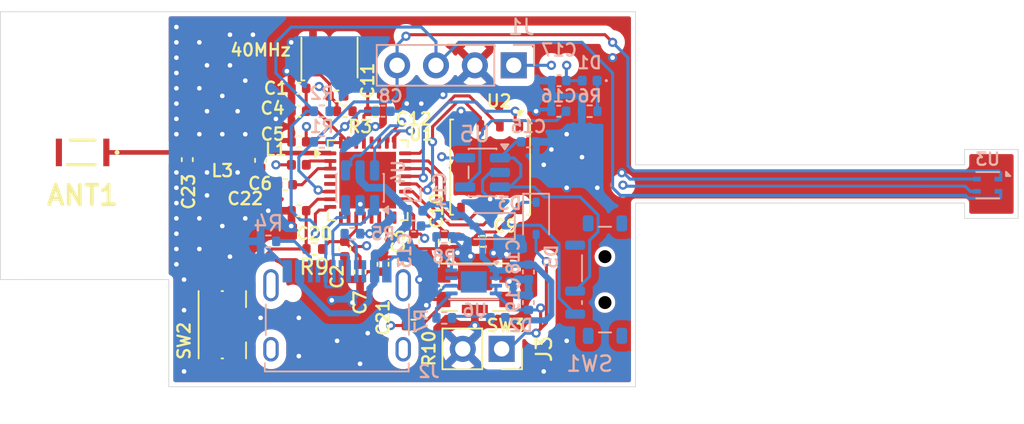
<source format=kicad_pcb>
(kicad_pcb (version 20241229) (generator "pcbnew") (generator_version "9.0")
  (layers (0 "F.Cu" signal) (4 "In1.Cu" power) (6 "In2.Cu" power) (2 "B.Cu" signal) (13 "F.Paste" user) (15 "B.Paste" user) (5 "F.SilkS" user "F.Silkscreen") (7 "B.SilkS" user "B.Silkscreen") (1 "F.Mask" user) (3 "B.Mask" user) (25 "Edge.Cuts" user))
  (net 0 "")
  (net 2 "Net-(ANT1-Pad1)")
  (net 3 "+3.3V")
  (net 4 "GND")
  (net 5 "Net-(C6-Pad2)")
  (net 6 "VCC_SPI")
  (net 7 "XTAL_P")
  (net 8 "XTAL_N")
  (net 9 "Net-(C13-Pad2)")
  (net 10 "VBUS")
  (net 11 "VBUS_FILT")
  (net 12 "Net-(SW1-3)")
  (net 13 "Net-(U5-BP)")
  (net 14 "Acc")
  (net 15 "CHIP_EN")
  (net 16 "BOOT")
  (net 17 "ANTHENA")
  (net 18 "Net-(D1-K)")
  (net 19 "Net-(D2-K)")
  (net 20 "Net-(D3-K)")
  (net 21 "SCL")
  (net 22 "SDA")
  (net 24 "unconnected-(J2-SHIELD-PadS1)_1")
  (net 25 "Net-(J2-CC1)")
  (net 26 "Net-(J2-CC2)")
  (net 27 "unconnected-(J2-SHIELD-PadS1)_2")
  (net 28 "unconnected-(J2-SHIELD-PadS1)_3")
  (net 29 "Net-(U1-XTAL_P)")
  (net 30 "Net-(U6-STAT)")
  (net 31 "Net-(U6-PROG)")
  (net 33 "SPI_D0")
  (net 35 "SPI_CS")
  (net 36 "SPI_CLK")
  (net 38 "D_P")
  (net 43 "SPI_HOLD")
  (net 44 "SPI_DI")
  (net 46 "D_N")
  (net 47 "SPI_WP")
  (net 52 "/D-")
  (net 53 "/D+")
  (footprint "Capacitor_SMD:C_0402_1005Metric" (layer "F.Cu") (at 215.5 96.5 180)
    (property "Reference" "C20")
    (property "Value" "100n")
  )
  (footprint "Capacitor_SMD:C_0402_1005Metric" (layer "F.Cu") (at 214.618356 94.802158)
    (property "Reference" "C6")
    (property "Value" "100n")
  )
  (footprint "Oscillator:Oscillator_SMD_EuroQuartz_XO32-4Pin_3.2x2.5mm" (layer "F.Cu") (at 217.5 86.5 90)
    (property "Reference" "40MHz")
    (property "Value" "40MHz")
  )
  (footprint "Capacitor_SMD:C_0402_1005Metric" (layer "F.Cu") (at 218.5 99 90)
    (property "Reference" "C2")
    (property "Value" "100n")
  )
  (footprint "Capacitor_SMD:C_0402_1005Metric" (layer "F.Cu") (at 217.98 89)
    (property "Reference" "C11")
    (property "Value" "10p")
  )
  (footprint "KiCad:ANT3216LL00R2400A" (layer "F.Cu") (at 201.372407 92.691851 180)
    (property "Reference" "ANT1")
    (property "Value" "ANT3216LL00R2400A" (hide yes))
  )
  (footprint "Button_Switch_SMD:SW_Push_1P1T-SH_NO_CK_KMR2xxG" (layer "F.Cu") (at 210.5 103.95 -90)
    (property "Reference" "SW2")
    (property "Value" "SW_Push")
  )
  (footprint "Capacitor_SMD:C_0402_1005Metric" (layer "F.Cu") (at 227.5 98.5 180)
    (property "Reference" "C9")
    (property "Value" "10u")
  )
  (footprint "Capacitor_SMD:C_0402_1005Metric" (layer "F.Cu") (at 208.212065 93.162901 -90)
    (property "Reference" "C23")
    (property "Value" "3p3")
  )
  (footprint "Capacitor_SMD:C_0402_1005Metric" (layer "F.Cu") (at 215.5 92)
    (property "Reference" "C5")
    (property "Value" "100n")
  )
  (footprint "Capacitor_SMD:C_0402_1005Metric" (layer "F.Cu") (at 219.5 100.5 90)
    (property "Reference" "C7")
    (property "Value" "10u")
  )
  (footprint "Inductor_SMD:L_0402_1005Metric" (layer "F.Cu") (at 210.501372 92.710693 180)
    (property "Reference" "L3")
    (property "Value" "2n2")
  )
  (footprint "Resistor_SMD:R_0402_1005Metric" (layer "F.Cu") (at 218.5 90)
    (property "Reference" "R3")
    (property "Value" "22k")
  )
  (footprint "Resistor_SMD:R_0402_1005Metric" (layer "F.Cu") (at 223 104)
    (property "Reference" "R10")
    (property "Value" "5k1")
  )
  (footprint "Capacitor_SMD:C_0402_1005Metric" (layer "F.Cu") (at 220.52 90)
    (property "Reference" "C12")
    (property "Value" "10p")
  )
  (footprint "Capacitor_SMD:C_0402_1005Metric" (layer "F.Cu") (at 213 93.210006 -90)
    (property "Reference" "C22")
    (property "Value" "3p3")
  )
  (footprint "Capacitor_SMD:C_0402_1005Metric" (layer "F.Cu") (at 215.5 90)
    (property "Reference" "C4")
    (property "Value" "100n")
  )
  (footprint "Button_Switch_SMD:SW_Push_1P1T-SH_NO_CK_KMR2xxG" (layer "F.Cu") (at 227 101.5 180)
    (property "Reference" "SW3")
    (property "Value" "SW_Push")
  )
  (footprint "Inductor_SMD:L_0402_1005Metric" (layer "F.Cu") (at 215.5 93.5)
    (property "Reference" "L1")
    (property "Value" "2n2")
  )
  (footprint "Resistor_SMD:R_0402_1005Metric" (layer "F.Cu") (at 216.51 99 180)
    (property "Reference" "R9")
    (property "Value" "5k1")
  )
  (footprint "Package_SON:WSON-8-1EP_6x5mm_P1.27mm_EP3.4x4.3mm" (layer "F.Cu") (at 228 93.65 -90)
    (property "Reference" "U2")
    (property "Value" "W25Q32JVZP")
  )
  (footprint "Capacitor_SMD:C_0402_1005Metric" (layer "F.Cu") (at 225 98.5 90)
    (property "Reference" "C10")
    (property "Value" "100n")
  )
  (footprint "Connector_PinSocket_2.54mm:PinSocket_1x02_P2.54mm_Vertical" (layer "F.Cu") (at 228.75 105.525 -90)
    (property "Reference" "J3")
    (property "Value" "1x2 socket")
  )
  (footprint "Capacitor_SMD:C_0402_1005Metric" (layer "F.Cu") (at 221 100 -90)
    (property "Reference" "C21")
    (property "Value" "100n")
  )
  (footprint "Capacitor_SMD:C_0402_1005Metric" (layer "F.Cu") (at 215.5 88.5)
    (property "Reference" "C1")
    (property "Value" "10u")
  )
  (footprint "Capacitor_SMD:C_0402_1005Metric" (layer "F.Cu") (at 223 98.5 90)
    (property "Reference" "C3")
    (property "Value" "100n")
  )
  (footprint "Package_DFN_QFN:QFN-32-1EP_5x5mm_P0.5mm_EP3.7x3.7mm" (layer "F.Cu") (at 220 94.5)
    (property "Reference" "U1")
    (property "Value" "ESP32-C3")
  )
  (footprint "Capacitor_SMD:C_0402_1005Metric" (layer "B.Cu") (at 221 90 180)
    (property "Reference" "C8")
    (property "Value" "100n")
  )
  (footprint "Capacitor_SMD:C_0402_1005Metric" (layer "B.Cu") (at 232.48 90 180)
    (property "Reference" "C16")
    (property "Value" "100n")
  )
  (footprint "Resistor_SMD:R_0402_1005Metric" (layer "B.Cu") (at 217 92 180)
    (property "Reference" "R1")
    (property "Value" "4.7k")
  )
  (footprint "Capacitor_SMD:C_0402_1005Metric" (layer "B.Cu") (at 225.197517 96.791394 180)
    (property "Reference" "C14")
    (property "Value" "100n")
  )
  (footprint "Connector_PinSocket_2.54mm:PinSocket_1x04_P2.54mm_Vertical" (layer "B.Cu") (at 229.54 87 90)
    (property "Reference" "J1")
    (property "Value" "1x4 socket")
  )
  (footprint "Package_TO_SOT_SMD:SOT-23-5" (layer "B.Cu") (at 227.5 94 180)
    (property "Reference" "U5")
    (property "Value" "SPX3819M5-L-3-3")
  )
  (footprint "LED_SMD:LED_0402_1005Metric" (layer "B.Cu") (at 234.5 88 180)
    (property "Reference" "D1")
    (property "Value" "LED")
  )
  (footprint "Capacitor_SMD:C_0402_1005Metric" (layer "B.Cu") (at 230.5 100.5 -90)
    (property "Reference" "C18")
    (property "Value" "4.7u")
  )
  (footprint "Connector_USB:USB_C_Receptacle_HRO_TYPE-C-31-M-12" (layer "B.Cu") (at 218 104.5 180)
    (property "Reference" "J2")
    (property "Value" "USB_C_Receptacle_USB2.0_14P")
  )
  (footprint "Diode_SMD:D_SOD-323" (layer "B.Cu") (at 228 97.5 180)
    (property "Reference" "D3")
    (property "Value" "B0540WS")
  )
  (footprint "Diode_SMD:D_SOD-323" (layer "B.Cu") (at 231 97 -90)
    (property "Reference" "D5")
    (property "Value" "B0540WS")
  )
  (footprint "Capacitor_SMD:C_0402_1005Metric" (layer "B.Cu") (at 230.5 102.5 90)
    (property "Reference" "C19")
    (property "Value" "4.7u")
  )
  (footprint "Capacitor_SMD:C_0402_1005Metric" (layer "B.Cu") (at 223 97.5)
    (property "Reference" "C13")
    (property "Value" "100n")
  )
  (footprint "Capacitor_SMD:C_0402_1005Metric" (layer "B.Cu") (at 230.5 92)
    (property "Reference" "C15")
    (property "Value" "10u")
  )
  (footprint "Resistor_SMD:R_0402_1005Metric" (layer "B.Cu") (at 225 103.5 180)
    (property "Reference" "R7")
    (property "Value" "470R")
  )
  (footprint "Resistor_SMD:R_0402_1005Metric" (layer "B.Cu") (at 217 90 180)
    (property "Reference" "R2")
    (property "Value" "4.7k")
  )
  (footprint "Button_Switch_SMD:SW_SPDT_Shouhan_MSK12C02" (layer "B.Cu") (at 235.5 101 -90)
    (property "Reference" "SW1")
    (property "Value" "SW_SPDT_MSM")
  )
  (footprint "Inductor_SMD:L_0402_1005Metric" (layer "B.Cu") (at 223.113984 96.5)
    (property "Reference" "L2")
    (property "Value" "2n2")
  )
  (footprint "Resistor_SMD:R_0402_1005Metric" (layer "B.Cu") (at 225 98.213989 180)
    (property "Reference" "R8")
    (property "Value" "2k")
  )
  (footprint "Capacitor_SMD:C_0402_1005Metric" (layer "B.Cu") (at 232.5 88 180)
    (property "Reference" "C17")
    (property "Value" "10u")
  )
  (footprint "Resistor_SMD:R_0402_1005Metric" (layer "B.Cu") (at 219 98)
    (property "Reference" "R5")
    (property "Value" "5k1")
  )
  (footprint "Resistor_SMD:R_0402_1005Metric" (layer "B.Cu") (at 213.51 98.5 180)
    (property "Reference" "R4")
    (property "Value" "5k1")
  )
  (footprint "Package_DFN_QFN:DFN-8-1EP_3x2mm_P0.5mm_EP1.7x1.4mm" (layer "B.Cu") (at 226.925 101.15 180)
    (property "Reference" "U6")
    (property "Value" "MCP73831-2-MC")
  )
  (footprint "Resistor_SMD:R_0402_1005Metric" (layer "B.Cu") (at 234.5 90 180)
    (property "Reference" "R6")
    (property "Value" "1k")
  )
  (footprint "Sensor_Humidity:Sensirion_DFN-4_1.5x1.5mm_P0.8mm_SHT4x_NoCentralPad" (layer "B.Cu") (at 260.504823 94.833384 180)
    (property "Reference" "U3")
    (property "Value" "SHT4x")
  )
  (footprint "LED_SMD:LED_0402_1005Metric" (layer "B.Cu") (at 228.5 103.5)
    (property "Reference" "D2")
    (property "Value" "LED")
  )
  (footprint "Package_TO_SOT_SMD:SOT-23-6" (layer "B.Cu") (at 219.5 95 90)
    (property "Reference" "U4")
    (property "Value" "USBLC6-2SC6")
  )
  (gr_line (start 196 83.5) (end 196 100) (stroke (width 0.05)) (layer "Edge.Cuts"))
  (gr_line (start 237.5 108) (end 237.5 96) (stroke (width 0.05)) (layer "Edge.Cuts"))
  (gr_line (start 259 97) (end 262.5 97) (stroke (width 0.05)) (layer "Edge.Cuts"))
  (gr_line (start 259 97) (end 259 96) (stroke (width 0.05)) (layer "Edge.Cuts"))
  (gr_line (start 239 93.5) (end 237.5 93.5) (stroke (width 0.05)) (layer "Edge.Cuts"))
  (gr_line (start 237.5 83.5) (end 207.5 83.5) (stroke (width 0.05)) (layer "Edge.Cuts"))
  (gr_line (start 241 93.5) (end 239 93.5) (stroke (width 0.05)) (layer "Edge.Cuts"))
  (gr_line (start 248 93.5) (end 241 93.5) (stroke (width 0.05)) (layer "Edge.Cuts"))
  (gr_line (start 197 101) (end 196.5 101) (stroke (width 0.05)) (layer "Edge.Cuts"))
  (gr_line (start 237.5 93.5) (end 237.5 83.5) (stroke (width 0.05)) (layer "Edge.Cuts"))
  (gr_line (start 196 101) (end 196.5 101) (stroke (width 0.05)) (layer "Edge.Cuts"))
  (gr_line (start 207 108) (end 207.5 108) (stroke (width 0.05)) (layer "Edge.Cuts"))
  (gr_line (start 237.5 96) (end 241 96) (stroke (width 0.05)) (layer "Edge.Cuts"))
  (gr_line (start 196.5 83.5) (end 196 83.5) (stroke (width 0.05)) (layer "Edge.Cuts"))
  (gr_line (start 196 100) (end 196 101) (stroke (width 0.05)) (layer "Edge.Cuts"))
  (gr_line (start 207 101) (end 207 108) (stroke (width 0.05)) (layer "Edge.Cuts"))
  (gr_line (start 262.5 97) (end 262.5 92.5) (stroke (width 0.05)) (layer "Edge.Cuts"))
  (gr_line (start 197 101) (end 207 101) (stroke (width 0.05)) (layer "Edge.Cuts"))
  (gr_line (start 262.5 92.5) (end 259 92.5) (stroke (width 0.05)) (layer "Edge.Cuts"))
  (gr_line (start 241 96) (end 248 96) (stroke (width 0.05)) (layer "Edge.Cuts"))
  (gr_line (start 248 93.5) (end 259 93.5) (stroke (width 0.05)) (layer "Edge.Cuts"))
  (gr_line (start 207.5 108) (end 237.5 108) (stroke (width 0.05)) (layer "Edge.Cuts"))
  (gr_line (start 259 96) (end 248 96) (stroke (width 0.05)) (layer "Edge.Cuts"))
  (gr_line (start 197 83.5) (end 196.5 83.5) (stroke (width 0.05)) (layer "Edge.Cuts"))
  (gr_line (start 259 92.5) (end 259 93.5) (stroke (width 0.05)) (layer "Edge.Cuts"))
  (gr_line (start 207.5 83.5) (end 197 83.5) (stroke (width 0.05)) (layer "Edge.Cuts"))
  (segment (start 208.239857 92.710693) (end 208.212065 92.682901) (width 0.3) (layer "F.Cu") (net 2))
  (segment (start 210.016372 92.710693) (end 208.239857 92.710693) (width 0.3) (layer "F.Cu") (net 2))
  (segment (start 208.203115 92.691851) (end 208.212065 92.682901) (width 0.3) (layer "F.Cu") (net 2))
  (segment (start 202.922407 92.691851) (end 208.203115 92.691851) (width 0.3) (layer "F.Cu") (net 2))
  (segment (start 203.02 92.52) (end 203 92.5) (width 0.2) (layer "F.Cu") (net 2))
  (segment (start 223.43749 98.02) (end 223.72 98.30251) (width 0.2) (layer "F.Cu") (net 3))
  (segment (start 223 96.8) (end 222.45 96.25) (width 0.2) (layer "F.Cu") (net 3))
  (segment (start 219.16135 98.83865) (end 218.99 99.01) (width 0.2) (layer "F.Cu") (net 3))
  (segment (start 219.5 100.02) (end 219.5 99.52) (width 0.2) (layer "F.Cu") (net 3))
  (segment (start 216.03 92.05) (end 215.98 92) (width 0.2) (layer "F.Cu") (net 3))
  (segment (start 219.874498 98.789276) (end 219.825124 98.83865) (width 0.2) (layer "F.Cu") (net 3))
  (segment (start 218.99 99.01) (end 218.5 98.52) (width 0.2) (layer "F.Cu") (net 3))
  (segment (start 215.98 88.5) (end 215.98 90) (width 0.2) (layer "F.Cu") (net 3))
  (segment (start 219.25 97.75) (end 219.25 96.95) (width 0.2) (layer "F.Cu") (net 3))
  (segment (start 222.033992 104) (end 221.5 104) (width 0.2) (layer "F.Cu") (net 3))
  (segment (start 218.5 98.5) (end 218.5 98.52) (width 0.2) (layer "F.Cu") (net 3))
  (segment (start 223 98.02) (end 223.43749 98.02) (width 0.2) (layer "F.Cu") (net 3))
  (segment (start 219.5 99.52) (end 219.49 99.51) (width 0.2) (layer "F.Cu") (net 3))
  (segment (start 218.25 92.05) (end 216.03 92.05) (width 0.2) (layer "F.Cu") (net 3))
  (segment (start 219.928062 98.789276) (end 219.874498 98.789276) (width 0.2) (layer "F.Cu") (net 3))
  (segment (start 222.033992 104) (end 222.49 104) (width 0.2) (layer "F.Cu") (net 3))
  (segment (start 219.25 97.75) (end 218.5 98.5) (width 0.2) (layer "F.Cu") (net 3))
  (segment (start 219.49 99.51) (end 218.99 99.01) (width 0.2) (layer "F.Cu") (net 3))
  (segment (start 215.98 91.02) (end 215.98 92) (width 0.2) (layer "F.Cu") (net 3))
  (segment (start 216 91) (end 215.98 91.02) (width 0.2) (layer "F.Cu") (net 3))
  (segment (start 223 98.02) (end 223 96.8) (width 0.2) (layer "F.Cu") (net 3))
  (segment (start 216.7 90) (end 215.98 90) (width 0.2) (layer "F.Cu") (net 3))
  (segment (start 218.75 92.05) (end 216.7 90) (width 0.2) (layer "F.Cu") (net 3))
  (segment (start 215.015 93.5) (end 214 93.5) (width 0.2) (layer "F.Cu") (net 3))
  (segment (start 217.5 98.52) (end 217.02 99) (width 0.2) (layer "F.Cu") (net 3))
  (segment (start 218.5 98.52) (end 217.5 98.52) (width 0.2) (layer "F.Cu") (net 3))
  (segment (start 219.825124 98.83865) (end 219.16135 98.83865) (width 0.2) (layer "F.Cu") (net 3))
  (via (at 233 87) (size 0.6) (drill 0.3) (layers "F.Cu" "B.Cu") (net 3))
  (via (at 224.835 92.974685) (size 0.6) (drill 0.3) (layers "F.Cu" "B.Cu") (net 3))
  (via (at 236.674265 94.825735) (size 0.6) (drill 0.3) (layers "F.Cu" "B.Cu") (net 3))
  (via (at 221.5 104) (size 0.6) (drill 0.3) (layers "F.Cu" "B.Cu") (net 3))
  (via (at 223.72 98.30251) (size 0.6) (drill 0.3) (layers "F.Cu" "B.Cu") (net 3))
  (via (at 218.5 91) (size 0.6) (drill 0.3) (layers "F.Cu" "B.Cu") (net 3))
  (via (at 216.825 88.381298) (size 0.6) (drill 0.3) (layers "F.Cu" "B.Cu") (net 3))
  (via (at 232 87) (size 0.6) (drill 0.3) (layers "F.Cu" "B.Cu") (net 3))
  (via (at 214 93.5) (size 0.6) (drill 0.3) (layers "F.Cu" "B.Cu") (net 3))
  (via (at 219.928062 98.789276) (size 0.6) (drill 0.3) (layers "F.Cu" "B.Cu") (net 3))
  (via (at 216 91) (size 0.6) (drill 0.3) (layers "F.Cu" "B.Cu") (net 3))
  (segment (start 219.5 90) (end 218.5 91) (width 0.2) (layer "B.Cu") (net 3))
  (segment (start 236.74853 94.9) (end 236.674265 94.825735) (width 0.2) (layer "B.Cu") (net 3))
  (segment (start 220.52 90) (end 219.5 90) (width 0.2) (layer "B.Cu") (net 3))
  (segment (start 259.036539 94.9) (end 259.369923 95.233384) (width 0.2) (layer "B.Cu") (net 3))
  (segment (start 234.015 88) (end 232.98 88) (width 0.2) (layer "B.Cu") (net 3))
  (segment (start 259.369923 95.233384) (end 259.804823 95.233384) (width 0.2) (layer "B.Cu") (net 3))
  (segment (start 232.98 87.02) (end 233 87) (width 0.2) (layer "B.Cu") (net 3))
  (segment (start 217.51 90) (end 217.51 90.01) (width 0.2) (layer "B.Cu") (net 3))
  (segment (start 232.98 88) (end 232.98 87.02) (width 0.2) (layer "B.Cu") (net 3))
  (segment (start 229.54 87) (end 232 87) (width 0.2) (layer "B.Cu") (net 3))
  (segment (start 217.51 89.01) (end 217.51 90) (width 0.2) (layer "B.Cu") (net 3))
  (segment (start 256.5 94.9) (end 236.74853 94.9) (width 0.2) (layer "B.Cu") (net 3))
  (segment (start 216.881298 88.381298) (end 217.51 89.01) (width 0.2) (layer "B.Cu") (net 3))
  (segment (start 217.51 91.99) (end 218.5 91) (width 0.2) (layer "B.Cu") (net 3))
  (segment (start 256.5 94.9) (end 259.036539 94.9) (width 0.2) (layer "B.Cu") (net 3))
  (segment (start 224.910315 93.05) (end 224.835 92.974685) (width 0.2) (layer "B.Cu") (net 3))
  (segment (start 216.825 88.381298) (end 216.881298 88.381298) (width 0.2) (layer "B.Cu") (net 3))
  (segment (start 226.3625 93.05) (end 224.910315 93.05) (width 0.2) (layer "B.Cu") (net 3))
  (segment (start 219.993218 94.506782) (end 220 94.5) (width 0.2) (layer "F.Cu") (net 4))
  (segment (start 229.05 99.352004) (end 229.057783 99.344221) (width 0.2) (layer "F.Cu") (net 4))
  (segment (start 218.46 89) (end 218.46 87.39) (width 0.2) (layer "F.Cu") (net 4))
  (segment (start 214.719265 87.380735) (end 214.880735 87.380735) (width 0.2) (layer "F.Cu") (net 4))
  (segment (start 219.679789 95.024774) (end 219.679789 94.831647) (width 0.2) (layer "F.Cu") (net 4))
  (segment (start 228.220114 99.268119) (end 228.036783 99.268119) (width 0.2) (layer "F.Cu") (net 4))
  (segment (start 215 96.5) (end 215.02 96.5) (width 0.2) (layer "F.Cu") (net 4))
  (segment (start 219.993218 94.518218) (end 219.993218 94.506782) (width 0.2) (layer "F.Cu") (net 4))
  (segment (start 222.548231 89.5) (end 222.347136 89.5) (width 0.2) (layer "F.Cu") (net 4))
  (segment (start 219.679789 94.831647) (end 219.993218 94.518218) (width 0.2) (layer "F.Cu") (net 4))
  (segment (start 212.9 103.5) (end 212.45 103.95) (width 0.2) (layer "F.Cu") (net 4))
  (segment (start 218.5 99.48) (end 218.5 101.5) (width 0.2) (layer "F.Cu") (net 4))
  (segment (start 213 103.5) (end 212.9 103.5) (width 0.2) (layer "F.Cu") (net 4))
  (segment (start 214.138356 94.802158) (end 214.138356 94.861644) (width 0.2) (layer "F.Cu") (net 4))
  (segment (start 226.095 90) (end 226.095 90.95) (width 0.2) (layer "F.Cu") (net 4))
  (segment (start 218.5 101.5) (end 217.64869 102.35131) (width 0.2) (layer "F.Cu") (net 4))
  (segment (start 212.45 103.95) (end 211.925 103.95) (width 0.2) (layer "F.Cu") (net 4))
  (segment (start 213 93.690006) (end 213.026204 93.690006) (width 0.2) (layer "F.Cu") (net 4))
  (segment (start 227 104) (end 227 102.925) (width 0.2) (layer "F.Cu") (net 4))
  (segment (start 223 98.98) (end 225 98.98) (width 0.2) (layer "F.Cu") (net 4))
  (segment (start 220 100.48) (end 219.5 100.98) (width 0.2) (layer "F.Cu") (net 4))
  (segment (start 217.025 85.725) (end 218.575 87.275) (width 0.2) (layer "F.Cu") (net 4))
  (segment (start 221 100.48) (end 220 100.48) (width 0.2) (layer "F.Cu") (net 4))
  (segment (start 218.46 87.39) (end 218.575 87.275) (width 0.2) (layer "F.Cu") (net 4))
  (segment (start 216.425 85.725) (end 217.025 85.725) (width 0.2) (layer "F.Cu") (net 4))
  (via (at 215.5 103.5) (size 0.6) (drill 0.3) (layers "F.Cu" "B.Cu") (net 4))
  (via (at 220.5 91) (size 0.6) (drill 0.3) (layers "F.Cu" "B.Cu") (net 4))
  (via (at 220 104.5) (size 0.6) (drill 0.3) (layers "F.Cu" "B.Cu") (net 4))
  (via (at 224.914714 88.914714) (size 0.6) (drill 0.3) (layers "F.Cu" "B.Cu") (net 4))
  (via (at 212 97) (size 0.6) (drill 0.3) (layers "F.Cu" "B.Cu") (net 4))
  (via (at 207.5 91.5) (size 0.6) (drill 0.3) (layers "F.Cu" "B.Cu") (net 4))
  (via (at 231.5 107) (size 0.6) (drill 0.3) (layers "F.Cu" "B.Cu") (net 4))
  (via (at 207.5 88.5) (size 0.6) (drill 0.3) (layers "F.Cu" "B.Cu") (net 4))
  (via (at 219 102.5) (size 0.6) (drill 0.3) (layers "F.Cu" "B.Cu") (net 4))
  (via (at 223.5 89.5) (size 0.6) (drill 0.3) (layers "F.Cu" "B.Cu") (net 4))
  (via (at 226.095 90) (size 0.6) (drill 0.3) (layers "F.Cu" "B.Cu") (net 4))
  (via (at 209 85.5) (size 0.6) (drill 0.3) (layers "F.Cu" "B.Cu") (net 4))
  (via (at 210.5 89) (size 0.6) (drill 0.3) (layers "F.Cu" "B.Cu") (net 4))
  (via (at 229.251977 101.124802) (size 0.6) (drill 0.3) (layers "F.Cu" "B.Cu") (net 4))
  (via (at 218 105) (size 0.6) (drill 0.3) (layers "F.Cu" "B.Cu") (net 4))
  (via (at 212.5 85) (size 0.6) (drill 0.3) (layers "F.Cu" "B.Cu") (net 4))
  (via (at 207.5 85.5) (size 0.6) (drill 0.3) (layers "F.Cu" "B.Cu") (net 4))
  (via (at 209 88.5) (size 0.6) (drill 0.3) (layers "F.Cu" "B.Cu") (net 4))
  (via (at 213.5 96.5) (size 0.6) (drill 0.3) (layers "F.Cu" "B.Cu") (net 4))
  (via (at 229.057783 99.344221) (size 0.6) (drill 0.3) (layers "F.Cu" "B.Cu") (net 4))
  (via (at 232 92.5) (size 0.6) (drill 0.3) (layers "F.Cu" "B.Cu") (net 4))
  (via (at 207.5 97) (size 0.6) (drill 0.3) (layers "F.Cu" "B.Cu") (net 4))
  (via (at 222.548231 89.5) (size 0.6) (drill 0.3) (layers "F.Cu" "B.Cu") (net 4))
  (via (at 211 87) (size 0.6) (drill 0.3) (layers "F.Cu" "B.Cu") (net 4))
  (via (at 207.5 99) (size 0.6) (drill 0.3) (layers "F.Cu" "B.Cu") (net 4))
  (via (at 207.5 96) (size 0.6) (drill 0.3) (layers "F.Cu" "B.Cu") (net 4))
  (via (at 220.131374 98) (size 0.6) (drill 0.3) (layers "F.Cu" "B.Cu") (net 4))
  (via (at 223.825735 102.674265) (size 0.6) (drill 0.3) (layers "F.Cu" "B.Cu") (net 4))
  (via (at 208 107) (size 0.6) (drill 0.3) (layers "F.Cu" "B.Cu") (net 4))
  (via (at 228.220114 99.268119) (size 0.6) (drill 0.3) (layers "F.Cu" "B.Cu") (net 4))
  (via (at 226.713374 99.476475) (size 0.6) (drill 0.3) (layers "F.Cu" "B.Cu") (net 4))
  (via (at 207.5 100) (size 0.6) (drill 0.3) (layers "F.Cu" "B.Cu") (net 4))
  (via (at 207.5 89.5) (size 0.6) (drill 0.3) (layers "F.Cu" "B.Cu") (net 4))
  (via (at 211.5 94) (size 0.6) (drill 0.3) (layers "F.Cu" "B.Cu") (net 4))
  (via (at 234 93) (size 0.6) (drill 0.3) (layers "F.Cu" "B.Cu") (net 4))
  (via (at 233 105) (size 0.6) (drill 0.3) (layers "F.Cu" "B.Cu") (net 4))
  (via (at 210.5 97.5) (size 0.6) (drill 0.3) (layers "F.Cu" "B.Cu") (net 4))
  (via (at 207.5 95) (size 0.6) (drill 0.3) (layers "F.Cu" "B.Cu") (net 4))
  (via (at 215 97.5) (size 0.6) (drill 0.3) (layers "F.Cu" "B.Cu") (net 4))
  (via (at 215.5 106) (size 0.6) (drill 0.3) (layers "F.Cu" "B.Cu") (net 4))
  (via (at 228 95.738298) (size 0.6) (drill 0.3) (layers "F.Cu" "B.Cu") (net 4))
  (via (at 227 104) (size 0.6) (drill 0.3) (layers "F.Cu" "B.Cu") (net 4))
  (via (at 212 91.5) (size 0.6) (drill 0.3) (layers "F.Cu" "B.Cu") (net 4))
  (via (at 208 103) (size 0.6) (drill 0.3) (layers "F.Cu" "B.Cu") (net 4))
  (via (at 233 95) (size 0.6) (drill 0.3) (layers "F.Cu" "B.Cu") (net 4))
  (via (at 210.5 91.5) (size 0.6) (drill 0.3) (layers "F.Cu" "B.Cu") (net 4))
  (via (at 231 90) (size 0.6) (drill 0.3) (layers "F.Cu" "B.Cu") (net 4))
  (via (at 219.5 106.5) (size 0.6) (drill 0.3) (layers "F.Cu" "B.Cu") (net 4))
  (via (at 209 91.5) (size 0.6) (drill 0.3) (layers "F.Cu" "B.Cu") (net 4))
  (via (at 209.5 87) (size 0.6) (drill 0.3) (layers "F.Cu" "B.Cu") (net 4))
  (via (at 207.5 90.5) (size 0.6) (drill 0.3) (layers "F.Cu" "B.Cu") (net 4))
  (via (at 211 85) (size 0.6) (drill 0.3) (layers "F.Cu" "B.Cu") (net 4))
  (via (at 219.517431 96.075321) (size 0.6) (drill 0.3) (layers "F.Cu" "B.Cu") (net 4))
  (via (at 214 90.5) (size 0.6) (drill 0.3) (layers "F.Cu" "B.Cu") (net 4))
  (via (at 225.862965 99.243332) (size 0.6) (drill 0.3) (layers "F.Cu" "B.Cu") (net 4))
  (via (at 212 88) (size 0.6) (drill 0.3) (layers "F.Cu" "B.Cu") (net 4))
  (via (at 236.6 94.015628) (size 0.6) (drill 0.3) (layers "F.Cu" "B.Cu") (net 4))
  (via (at 236 86.5) (size 0.6) (drill 0.3) (layers "F.Cu" "B.Cu") (net 4))
  (via (at 214.719265 87.380735) (size 0.6) (drill 0.3) (layers "F.Cu" "B.Cu") (net 4))
  (via (at 209.5 90) (size 0.6) (drill 0.3) (layers "F.Cu" "B.Cu") (net 4))
  (via (at 207.5 98) (size 0.6) (drill 0.3) (layers "F.Cu" "B.Cu") (net 4))
  (via (at 231.5 93.5) (size 0.6) (drill 0.3) (layers "F.Cu" "B.Cu") (net 4))
  (via (at 223.4 101) (size 0.6) (drill 0.3) (layers "F.Cu" "B.Cu") (net 4))
  (via (at 207.5 86.5) (size 0.6) (drill 0.3) (layers "F.Cu" "B.Cu") (net 4))
  (via (at 215 85.5) (size 0.6) (drill 0.3) (layers "F.Cu" "B.Cu") (net 4))
  (via (at 209.5 95.5) (size 0.6) (drill 0.3) (layers "F.Cu" "B.Cu") (net 4))
  (via (at 213 103.5) (size 0.6) (drill 0.3) (layers "F.Cu" "B.Cu") (net 4))
  (via (at 211.5 90) (size 0.6) (drill 0.3) (layers "F.Cu" "B.Cu") (net 4))
  (via (at 207.5 84.5) (size 0.6) (drill 0.3) (layers "F.Cu" "B.Cu") (net 4))
  (via (at 209.5 94) (size 0.6) (drill 0.3) (layers "F.Cu" "B.Cu") (net 4))
  (via (at 209 97) (size 0.6) (drill 0.3) (layers "F.Cu" "B.Cu") (net 4))
  (via (at 209 99) (size 0.6) (drill 0.3) (layers "F.Cu" "B.Cu") (net 4))
  (via (at 211 99.5) (size 0.6) (drill 0.3) (layers "F.Cu" "B.Cu") (net 4))
  (via (at 207.5 94) (size 0.6) (drill 0.3) (layers "F.Cu" "B.Cu") (net 4))
  (via (at 235 95) (size 0.6) (drill 0.3) (layers "F.Cu" "B.Cu") (net 4))
  (via (at 217.64869 102.35131) (size 0.6) (drill 0.3) (layers "F.Cu" "B.Cu") (net 4))
  (via (at 207.5 87.5) (size 0.6) (drill 0.3) (layers "F.Cu" "B.Cu") (net 4))
  (via (at 233 91.5) (size 0.6) (drill 0.3) (layers "F.Cu" "B.Cu") (net 4))
  (via (at 208 101) (size 0.6) (drill 0.3) (layers "F.Cu" "B.Cu") (net 4))
  (segment (start 222.048231 90) (end 222.548231 89.5) (width 0.2) (layer "B.Cu") (net 4))
  (segment (start 232.02 89.98) (end 232 90) (width 0.2) (layer "B.Cu") (net 4))
  (segment (start 222.548231 89.5) (end 222.347136 89.5) (width 0.2) (layer "B.Cu") (net 4))
  (segment (start 225.757308 98.520409) (end 225.51 98.520409) (width 0.2) (layer "B.Cu") (net 4))
  (segment (start 223.825735 102.633467) (end 223.825735 102.674265) (width 0.2) (layer "B.Cu") (net 4))
  (segment (start 221.686 99.519) (end 222.651785 99.519) (width 0.2) (layer "B.Cu") (net 4))
  (segment (start 236.714101 94.015628) (end 236.6 94.015628) (width 0.2) (layer "B.Cu") (net 4))
  (segment (start 230.5 100.98) (end 230.5 102.02) (width 0.2) (layer "B.Cu") (net 4))
  (segment (start 223.4 100.267215) (end 223.4 101) (width 0.2) (layer "B.Cu") (net 4))
  (segment (start 227.5 95.238298) (end 227.5 94.5) (width 0.2) (layer "B.Cu") (net 4))
  (segment (start 219.679789 95.957711) (end 219.5 96.1375) (width 0.2) (layer "B.Cu") (net 4))
  (segment (start 214.75 100.25) (end 213 98.5) (width 0.2) (layer "B.Cu") (net 4))
  (segment (start 219.5 96.092752) (end 219.5 96.1375) (width 0.2) (layer "B.Cu") (net 4))
  (segment (start 222.651785 99.519) (end 223.4 100.267215) (width 0.2) (layer "B.Cu") (net 4))
  (segment (start 237.131857 94.433384) (end 236.714101 94.015628) (width 0.2) (layer "B.Cu") (net 4))
  (segment (start 228 95.738298) (end 227.5 95.238298) (width 0.2) (layer "B.Cu") (net 4))
  (segment (start 220.131374 98) (end 219.51 98) (width 0.2) (layer "B.Cu") (net 4))
  (segment (start 225.475 101.4) (end 225.059202 101.4) (width 0.2) (layer "B.Cu") (net 4))
  (segment (start 221.25 99.955) (end 221.686 99.519) (width 0.2) (layer "B.Cu") (net 4))
  (segment (start 230.713315 100.98) (end 230.5 100.98) (width 0.2) (layer "B.Cu") (net 4))
  (segment (start 230.5 100.98) (end 229.396779 100.98) (width 0.2) (layer "B.Cu") (net 4))
  (segment (start 229.396779 100.98) (end 229.251977 101.124802) (width 0.2) (layer "B.Cu") (net 4))
  (segment (start 228 94) (end 228.6375 94) (width 0.2) (layer "B.Cu") (net 4))
  (segment (start 225.059202 101.4) (end 223.825735 102.633467) (width 0.2) (layer "B.Cu") (net 4))
  (segment (start 221.48 90) (end 222.048231 90) (width 0.2) (layer "B.Cu") (net 4))
  (segment (start 259.804823 94.433384) (end 237.131857 94.433384) (width 0.2) (layer "B.Cu") (net 4))
  (segment (start 214.75 100.455) (end 214.75 100.25) (width 0.2) (layer "B.Cu") (net 4))
  (segment (start 219.517431 96.075321) (end 219.5 96.092752) (width 0.2) (layer "B.Cu") (net 4))
  (segment (start 225.51 98.520409) (end 225.51 98.213989) (width 0.2) (layer "B.Cu") (net 4))
  (segment (start 227.5 94.5) (end 228 94) (width 0.2) (layer "B.Cu") (net 4))
  (segment (start 225.085286 88.914714) (end 224.914714 88.914714) (width 0.2) (layer "B.Cu") (net 4))
  (segment (start 226.713374 99.476475) (end 225.757308 98.520409) (width 0.2) (layer "B.Cu") (net 4))
  (segment (start 217.55 93.25) (end 216.235 93.25) (width 0.2) (layer "F.Cu") (net 5))
  (segment (start 217.55 93.25) (end 217.55 93.75) (width 0.2) (layer "F.Cu") (net 5))
  (segment (start 216.75 93.75) (end 215.697842 94.802158) (width 0.2) (layer "F.Cu") (net 5))
  (segment (start 217.55 93.75) (end 216.75 93.75) (width 0.2) (layer "F.Cu") (net 5))
  (segment (start 216.235 93.25) (end 215.985 93.5) (width 0.2) (layer "F.Cu") (net 5))
  (segment (start 215.697842 94.802158) (end 215.098356 94.802158) (width 0.2) (layer "F.Cu") (net 5))
  (segment (start 227.321001 97.889) (end 227.02 98.190001) (width 0.2) (layer "F.Cu") (net 6))
  (segment (start 225 98.02) (end 225 97.884202) (width 0.2) (layer "F.Cu") (net 6))
  (segment (start 228.366 97.889) (end 227.321001 97.889) (width 0.2) (layer "F.Cu") (net 6))
  (segment (start 225 98.02) (end 226 98.02) (width 0.2) (layer "F.Cu") (net 6))
  (segment (start 225 97.884202) (end 222.865798 95.75) (width 0.2) (layer "F.Cu") (net 6))
  (segment (start 228.366 97.889) (end 229.905 96.35) (width 0.2) (layer "F.Cu") (net 6))
  (segment (start 227.02 98.190001) (end 227.02 98.5) (width 0.2) (layer "F.Cu") (net 6))
  (segment (start 226 98.02) (end 226.48 98.5) (width 0.2) (layer "F.Cu") (net 6))
  (segment (start 222.865798 95.75) (end 222.45 95.75) (width 0.2) (layer "F.Cu") (net 6))
  (segment (start 226.48 98.5) (end 227.02 98.5) (width 0.2) (layer "F.Cu") (net 6))
  (segment (start 217.99 90) (end 217.99 89.49) (width 0.2) (layer "F.Cu") (net 7))
  (segment (start 217.5 88.206355) (end 216.568645 87.275) (width 0.2) (layer "F.Cu") (net 7))
  (segment (start 217.99 89.49) (end 217.5 89) (width 0.2) (layer "F.Cu") (net 7))
  (segment (start 216.568645 87.275) (end 216.425 87.275) (width 0.2) (layer "F.Cu") (net 7))
  (segment (start 217.5 89) (end 217.5 88.206355) (width 0.2) (layer "F.Cu") (net 7))
  (segment (start 217.425 88.925) (end 217.5 89) (width 0.2) (layer "F.Cu") (net 7))
  (segment (start 219.75 90.29) (end 220.04 90) (width 0.2) (layer "F.Cu") (net 8))
  (segment (start 219.575 85.725) (end 218.575 85.725) (width 0.2) (layer "F.Cu") (net 8))
  (segment (start 220 86.15) (end 219.575 85.725) (width 0.2) (layer "F.Cu") (net 8))
  (segment (start 220 89.96) (end 220 86.15) (width 0.2) (layer "F.Cu") (net 8))
  (segment (start 220.04 90) (end 220 89.96) (width 0.2) (layer "F.Cu") (net 8))
  (segment (start 219.75 92.05) (end 219.75 90.29) (width 0.2) (layer "F.Cu") (net 8))
  (segment (start 224.717517 96.791394) (end 224.008911 97.5) (width 0.2) (layer "B.Cu") (net 9))
  (segment (start 224.008911 97.5) (end 223.48 97.5) (width 0.2) (layer "B.Cu") (net 9))
  (segment (start 219.299 103.201) (end 220.114 102.386) (width 0.4) (layer "B.Cu") (net 10))
  (segment (start 220.114 102.386) (end 220.114 101.57857) (width 0.4) (layer "B.Cu") (net 10))
  (segment (start 222.52 97.5) (end 222.5 97.5) (width 0.5) (layer "B.Cu") (net 10))
  (segment (start 220.55 99.855) (end 220.45 99.955) (width 0.2) (layer "B.Cu") (net 10))
  (segment (start 220.499 99.279) (end 220.45 99.328) (width 0.5) (layer "B.Cu") (net 10))
  (segment (start 222.628984 97.391016) (end 222.52 97.5) (width 0.5) (layer "B.Cu") (net 10))
  (segment (start 215.55 100.455) (end 215.55 101.24257) (width 0.4) (layer "B.Cu") (net 10))
  (segment (start 219.975001 95) (end 219.5 94.524999) (width 0.5) (layer "B.Cu") (net 10))
  (segment (start 219.5 94.524999) (end 219.5 93.8625) (width 0.5) (layer "B.Cu") (net 10))
  (segment (start 221.5 98.562075) (end 220.783075 99.279) (width 0.5) (layer "B.Cu") (net 10))
  (segment (start 222.628984 96.5) (end 221.128984 95) (width 0.5) (layer "B.Cu") (net 10))
  (segment (start 220.783075 99.279) (end 220.499 99.279) (width 0.5) (layer "B.Cu") (net 10))
  (segment (start 222.628984 96.5) (end 222.628984 97.391016) (width 0.5) (layer "B.Cu") (net 10))
  (segment (start 222.5 97.5) (end 221.5 98.5) (width 0.5) (layer "B.Cu") (net 10))
  (segment (start 221.128984 95) (end 219.975001 95) (width 0.5) (layer "B.Cu") (net 10))
  (segment (start 217.50843 103.201) (end 219.299 103.201) (width 0.4) (layer "B.Cu") (net 10))
  (segment (start 220.45 99.328) (end 220.45 100.455) (width 0.5) (layer "B.Cu") (net 10))
  (segment (start 220.45 101.24257) (end 220.45 100.455) (width 0.4) (layer "B.Cu") (net 10))
  (segment (start 215.55 101.24257) (end 217.50843 103.201) (width 0.4) (layer "B.Cu") (net 10))
  (segment (start 221.5 98.5) (end 221.5 98.562075) (width 0.5) (layer "B.Cu") (net 10))
  (segment (start 220.114 101.57857) (end 220.45 101.24257) (width 0.4) (layer "B.Cu") (net 10))
  (segment (start 223.598984 96.5) (end 224.01859 96.080394) (width 0.4) (layer "B.Cu") (net 11))
  (segment (start 225.276516 96.080394) (end 225.677517 96.481395) (width 0.4) (layer "B.Cu") (net 11))
  (segment (start 231.999 103.29248) (end 231.999 101.14042) (width 0.4) (layer "B.Cu") (net 11))
  (segment (start 228.993368 100.4) (end 228.375 100.4) (width 0.4) (layer "B.Cu") (net 11))
  (segment (start 229.146 103.661) (end 231.63048 103.661) (width 0.4) (layer "B.Cu") (net 11))
  (segment (start 228.375 100.4) (end 228.360631 100.4) (width 0.4) (layer "B.Cu") (net 11))
  (segment (start 228.985 103.5) (end 229.146 103.661) (width 0.4) (layer "B.Cu") (net 11))
  (segment (start 226.241394 96.791394) (end 226.95 97.5) (width 0.4) (layer "B.Cu") (net 11))
  (segment (start 231.999 101.14042) (end 230.87858 100.02) (width 0.4) (layer "B.Cu") (net 11))
  (segment (start 231.63048 103.661) (end 231.999 103.29248) (width 0.4) (layer "B.Cu") (net 11))
  (segment (start 230.87858 100.02) (end 230.5 100.02) (width 0.4) (layer "B.Cu") (net 11))
  (segment (start 225.677517 96.791394) (end 226.241394 96.791394) (width 0.4) (layer "B.Cu") (net 11))
  (segment (start 227.5 99.539369) (end 227.5 98.05) (width 0.4) (layer "B.Cu") (net 11))
  (segment (start 229.373368 100.02) (end 228.993368 100.4) (width 0.4) (layer "B.Cu") (net 11))
  (segment (start 227 97.5) (end 226.95 97.5) (width 0.2) (layer "B.Cu") (net 11))
  (segment (start 228.375 100.4) (end 228.375 100.874) (width 0.4) (layer "B.Cu") (net 11))
  (segment (start 225.677517 96.481395) (end 225.677517 96.791394) (width 0.4) (layer "B.Cu") (net 11))
  (segment (start 227.5 98.05) (end 226.95 97.5) (width 0.4) (layer "B.Cu") (net 11))
  (segment (start 230.5 100.02) (end 229.373368 100.02) (width 0.4) (layer "B.Cu") (net 11))
  (segment (start 224.01859 96.080394) (end 225.276516 96.080394) (width 0.4) (layer "B.Cu") (net 11))
  (segment (start 228.360631 100.4) (end 227.5 99.539369) (width 0.4) (layer "B.Cu") (net 11))
  (segment (start 235.051 97.877014) (end 235.051 96.772986) (width 0.2) (layer "B.Cu") (net 12))
  (segment (start 234.501 98.427014) (end 235.051 97.877014) (width 0.2) (layer "B.Cu") (net 12))
  (segment (start 230.02 92) (end 229.6875 92) (width 0.2) (layer "B.Cu") (net 12))
  (segment (start 230 93.5) (end 229.55 93.05) (width 0.2) (layer "B.Cu") (net 12))
  (segment (start 230 94.249999) (end 230 93.5) (width 0.2) (layer "B.Cu") (net 12))
  (segment (start 228.6375 94.95) (end 229.299999 94.95) (width 0.2) (layer "B.Cu") (net 12))
  (segment (start 229.299999 94.95) (end 230 94.249999) (width 0.2) (layer "B.Cu") (net 12))
  (segment (start 234.501 100.799) (end 234.501 98.427014) (width 0.2) (layer "B.Cu") (net 12))
  (segment (start 229.6875 92) (end 228.6375 93.05) (width 0.2) (layer "B.Cu") (net 12))
  (segment (start 233.55 101.75) (end 234.501 100.799) (width 0.2) (layer "B.Cu") (net 12))
  (segment (start 230.887894 94.95) (end 228.6375 94.95) (width 0.2) (layer "B.Cu") (net 12))
  (segment (start 229.55 93.05) (end 228.6375 93.05) (width 0.2) (layer "B.Cu") (net 12))
  (segment (start 233.879014 95.601) (end 231.538894 95.601) (width 0.2) (layer "B.Cu") (net 12))
  (segment (start 231.538894 95.601) (end 230.887894 94.95) (width 0.2) (layer "B.Cu") (net 12))
  (segment (start 235.051 96.772986) (end 233.879014 95.601) (width 0.2) (layer "B.Cu") (net 12))
  (segment (start 227.5 91.5) (end 227.5 91.222) (width 0.2) (layer "B.Cu") (net 13))
  (segment (start 228.111 90.611) (end 232.349 90.611) (width 0.2) (layer "B.Cu") (net 13))
  (segment (start 226.3625 94.95) (end 227.326 93.9865) (width 0.2) (layer "B.Cu") (net 13))
  (segment (start 232.349 90.611) (end 232.96 90) (width 0.2) (layer "B.Cu") (net 13))
  (segment (start 227.326 91.674) (end 227.5 91.5) (width 0.2) (layer "B.Cu") (net 13))
  (segment (start 227.326 93.9865) (end 227.326 91.674) (width 0.2) (layer "B.Cu") (net 13))
  (segment (start 227.5 91.222) (end 228.111 90.611) (width 0.2) (layer "B.Cu") (net 13))
  (segment (start 231.295235 104.204765) (end 231 104.5) (width 0.2) (layer "F.Cu") (net 14))
  (segment (start 231.295235 102.856235) (end 231.295235 104.204765) (width 0.2) (layer "F.Cu") (net 14))
  (segment (start 231.674265 103.825735) (end 231.674265 99.825735) (width 0.2) (layer "F.Cu") (net 14))
  (segment (start 231.295235 104.204765) (end 231.674265 103.825735) (width 0.2) (layer "F.Cu") (net 14))
  (via (at 231 104.5) (size 0.6) (drill 0.3) (layers "F.Cu" "B.Cu") (net 14))
  (via (at 231.295235 102.856235) (size 0.6) (drill 0.3) (layers "F.Cu" "B.Cu") (net 14))
  (via (at 231.674265 99.825735) (size 0.6) (drill 0.3) (layers "F.Cu" "B.Cu") (net 14))
  (segment (start 228.375 101.4) (end 228.375 101.9) (width 0.2) (layer "B.Cu") (net 14))
  (segment (start 231.17147 102.98) (end 231.295235 102.856235) (width 0.2) (layer "B.Cu") (net 14))
  (segment (start 230.5 102.98) (end 231.17147 102.98) (width 0.2) (layer "B.Cu") (net 14))
  (segment (start 228.375 101.9) (end 229.455 102.98) (width 0.2) (layer "B.Cu") (net 14))
  (segment (start 231 99.15147) (end 231 98.05) (width 0.2) (layer "B.Cu") (net 14))
  (segment (start 230.275 104.5) (end 228.75 106.025) (width 0.2) (layer "B.Cu") (net 14))
  (segment (start 231.674265 99.825735) (end 231 99.15147) (width 0.2) (layer "B.Cu") (net 14))
  (segment (start 229.52 102.98) (end 230.5 102.98) (width 0.2) (layer "B.Cu") (net 14))
  (segment (start 231 104.5) (end 230.275 104.5) (width 0.2) (layer "B.Cu") (net 14))
  (segment (start 211.3 101.9) (end 211.3 101.45) (width 0.2) (layer "F.Cu") (net 15))
  (segment (start 211.3 101.9) (end 211.3 106) (width 0.2) (layer "F.Cu") (net 15))
  (segment (start 215.98 96.5) (end 215.98 98.98) (width 0.2) (layer "F.Cu") (net 15))
  (segment (start 216 96.52) (end 215.98 96.5) (width 0.2) (layer "F.Cu") (net 15))
  (segment (start 216 99) (end 213.75 99) (width 0.2) (layer "F.Cu") (net 15))
  (segment (start 217.55 95.75) (end 216.73 95.75) (width 0.2) (layer "F.Cu") (net 15))
  (segment (start 211.3 101.45) (end 213.75 99) (width 0.2) (layer "F.Cu") (net 15))
  (segment (start 215.98 98.98) (end 216 99) (width 0.2) (layer "F.Cu") (net 15))
  (segment (start 216.73 95.75) (end 215.98 96.5) (width 0.2) (layer "F.Cu") (net 15))
  (segment (start 224.95 102.3) (end 224.3 102.3) (width 0.2) (layer "F.Cu") (net 16))
  (segment (start 224.3 102.3) (end 224 102) (width 0.2) (layer "F.Cu") (net 16))
  (segment (start 221 99.52) (end 221.25 99.27) (width 0.2) (layer "F.Cu") (net 16))
  (segment (start 223.249943 100) (end 223 100) (width 0.2) (layer "F.Cu") (net 16))
  (segment (start 221.25 99.27) (end 221.25 96.95) (width 0.2) (layer "F.Cu") (net 16))
  (segment (start 224 102) (end 224 100.750057) (width 0.2) (layer "F.Cu") (net 16))
  (segment (start 229.05 102.3) (end 224.95 102.3) (width 0.2) (layer "F.Cu") (net 16))
  (segment (start 223 100) (end 222.52 99.52) (width 0.2) (layer "F.Cu") (net 16))
  (segment (start 223.51 104) (end 224.95 102.56) (width 0.2) (layer "F.Cu") (net 16))
  (segment (start 224.95 102.56) (end 224.95 102.3) (width 0.2) (layer "F.Cu") (net 16))
  (segment (start 222.52 99.52) (end 221 99.52) (width 0.2) (layer "F.Cu") (net 16))
  (segment (start 224 100.750057) (end 223.249943 100) (width 0.2) (layer "F.Cu") (net 16))
  (segment (start 213 92.730006) (end 217.530006 92.730006) (width 0.3) (layer "F.Cu") (net 17))
  (segment (start 213 92.730006) (end 211.005685 92.730006) (width 0.3) (layer "F.Cu") (net 17))
  (segment (start 217.530006 92.730006) (end 217.55 92.75) (width 0.3) (layer "F.Cu") (net 17))
  (segment (start 211.005685 92.730006) (end 210.986372 92.710693) (width 0.3) (layer "F.Cu") (net 17))
  (segment (start 235.01 90) (end 235.01 88.025) (width 0.2) (layer "B.Cu") (net 18))
  (segment (start 235.01 88.025) (end 234.985 88) (width 0.2) (layer "B.Cu") (net 18))
  (segment (start 225.611 103.399) (end 227.914 103.399) (width 0.2) (layer "B.Cu") (net 19))
  (segment (start 227.914 103.399) (end 228.015 103.5) (width 0.2) (layer "B.Cu") (net 19))
  (segment (start 225.51 103.5) (end 225.611 103.399) (width 0.2) (layer "B.Cu") (net 19))
  (segment (start 232.5 102.2) (end 233.55 103.25) (width 0.2) (layer "B.Cu") (net 20))
  (segment (start 232.5 98.662106) (end 232.5 102.2) (width 0.2) (layer "B.Cu") (net 20))
  (segment (start 229.05 97.5) (end 229.101 97.449) (width 0.2) (layer "B.Cu") (net 20))
  (segment (start 229.101 97.449) (end 231.286894 97.449) (width 0.2) (layer "B.Cu") (net 20))
  (segment (start 231 95.95) (end 230.1 95.95) (width 0.2) (layer "B.Cu") (net 20))
  (segment (start 229.05 97) (end 229.05 97.5) (width 0.2) (layer "B.Cu") (net 20))
  (segment (start 231.286894 97.449) (end 232.5 98.662106) (width 0.2) (layer "B.Cu") (net 20))
  (segment (start 230.1 95.95) (end 229.05 97) (width 0.2) (layer "B.Cu") (net 20))
  (segment (start 216.58 98) (end 216.58 96.71) (width 0.2) (layer "F.Cu") (net 21))
  (segment (start 217.453195 96.25) (end 217.55 96.25) (width 0.2) (layer "F.Cu") (net 21))
  (segment (start 216.58 96.71) (end 216.830663 96.459337) (width 0.2) (layer "F.Cu") (net 21))
  (segment (start 216.830663 96.459337) (end 217.243858 96.459337) (width 0.2) (layer "F.Cu") (net 21))
  (segment (start 217.243858 96.459337) (end 217.453195 96.25) (width 0.2) (layer "F.Cu") (net 21))
  (via (at 216.58 98) (size 0.6) (drill 0.3) (layers "F.Cu" "B.Cu") (net 21))
  (segment (start 215.603195 97.103195) (end 215 96.5) (width 0.2) (layer "B.Cu") (net 21))
  (segment (start 261.247659 95.233384) (end 261.204823 95.233384) (width 0.2) (layer "B.Cu") (net 21))
  (segment (start 215 84.5) (end 223.5 84.5) (width 0.2) (layer "B.Cu") (net 21))
  (segment (start 261.355823 95.62522) (end 261.355823 95.341548) (width 0.2) (layer "B.Cu") (net 21))
  (segment (start 214 85.5) (end 215 84.5) (width 0.2) (layer "B.Cu") (net 21))
  (segment (start 234 85.5) (end 236 87.5) (width 0.2) (layer "B.Cu") (net 21))
  (segment (start 216 90) (end 216.49 90) (width 0.2) (layer "B.Cu") (net 21))
  (segment (start 216.225334 97.103195) (end 215.603195 97.103195) (width 0.2) (layer "B.Cu") (net 21))
  (segment (start 225.96 85.5) (end 234 85.5) (width 0.2) (layer "B.Cu") (net 21))
  (segment (start 223.5 84.5) (end 224.46 85.46) (width 0.2) (layer "B.Cu") (net 21))
  (segment (start 224.46 87) (end 225.96 85.5) (width 0.2) (layer "B.Cu") (net 21))
  (segment (start 216.58 97.457861) (end 216.225334 97.103195) (width 0.2) (layer "B.Cu") (net 21))
  (segment (start 261.296659 95.684384) (end 261.355823 95.62522) (width 0.2) (layer "B.Cu") (net 21))
  (segment (start 259.253823 95.684384) (end 261.296659 95.684384) (width 0.2) (layer "B.Cu") (net 21))
  (segment (start 214 87.51) (end 214 85.5) (width 0.2) (layer "B.Cu") (net 21))
  (segment (start 259.069439 95.5) (end 259.253823 95.684384) (width 0.2) (layer "B.Cu") (net 21))
  (segment (start 216.49 90) (end 214 87.51) (width 0.2) (layer "B.Cu") (net 21))
  (segment (start 215 91) (end 216 90) (width 0.2) (layer "B.Cu") (net 21))
  (segment (start 261.355823 95.341548) (end 261.247659 95.233384) (width 0.2) (layer "B.Cu") (net 21))
  (segment (start 224.46 85.46) (end 224.46 87) (width 0.2) (layer "B.Cu") (net 21))
  (segment (start 216.58 98) (end 216.58 97.457861) (width 0.2) (layer "B.Cu") (net 21))
  (segment (start 215 96.5) (end 215 91) (width 0.2) (layer "B.Cu") (net 21))
  (segment (start 236.5 95.5) (end 259.069439 95.5) (width 0.2) (layer "B.Cu") (net 21))
  (segment (start 236 87.5) (end 236 95) (width 0.2) (layer "B.Cu") (net 21))
  (segment (start 236 95) (end 236.5 95.5) (width 0.2) (layer "B.Cu") (net 21))
  (segment (start 222.6 85) (end 222.5 85.1) (width 0.2) (layer "F.Cu") (net 22))
  (segment (start 216.861881 95.25) (end 216.761881 95.15) (width 0.2) (layer "F.Cu") (net 22))
  (segment (start 235.5 85) (end 222.6 85) (width 0.2) (layer "F.Cu") (net 22))
  (segment (start 217.55 95.25) (end 216.861881 95.25) (width 0.2) (layer "F.Cu") (net 22))
  (segment (start 236 85.5) (end 235.5 85) (width 0.2) (layer "F.Cu") (net 22))
  (via (at 222.5 85.1) (size 0.6) (drill 0.3) (layers "F.Cu" "B.Cu") (net 22))
  (via (at 216.761881 95.15) (size 0.6) (drill 0.3) (layers "F.Cu" "B.Cu") (net 22))
  (via (at 236 85.5) (size 0.6) (drill 0.3) (layers "F.Cu" "B.Cu") (net 22))
  (segment (start 216.49 92) (end 219.101 89.389) (width 0.2) (layer "B.Cu") (net 22))
  (segment (start 261.204823 94.433384) (end 261.247659 94.433384) (width 0.2) (layer "B.Cu") (net 22))
  (segment (start 216.761881 95.15) (end 215.5 93.888119) (width 0.2) (layer "B.Cu") (net 22))
  (segment (start 261.215275 93.901) (end 237.3339 93.901) (width 0.2) (layer "B.Cu") (net 22))
  (segment (start 221.92 85.68) (end 222.5 85.1) (width 0.2) (layer "B.Cu") (net 22))
  (segment (start 221.92 88.969) (end 221.92 87) (width 0.2) (layer "B.Cu") (net 22))
  (segment (start 215.5 92.99) (end 216.49 92) (width 0.2) (layer "B.Cu") (net 22))
  (segment (start 237 86.5) (end 236 85.5) (width 0.2) (layer "B.Cu") (net 22))
  (segment (start 215.5 93.888119) (end 215.5 92.99) (width 0.2) (layer "B.Cu") (net 22))
  (segment (start 237 93.5671) (end 237 86.5) (width 0.2) (layer "B.Cu") (net 22))
  (segment (start 221.92 87) (end 221.92 85.68) (width 0.2) (layer "B.Cu") (net 22))
  (segment (start 221.5 89.389) (end 221.92 88.969) (width 0.2) (layer "B.Cu") (net 22))
  (segment (start 237.3339 93.901) (end 237 93.5671) (width 0.2) (layer "B.Cu") (net 22))
  (segment (start 261.247659 94.433384) (end 261.355823 94.32522) (width 0.2) (layer "B.Cu") (net 22))
  (segment (start 219.101 89.389) (end 221.5 89.389) (width 0.2) (layer "B.Cu") (net 22))
  (segment (start 261.355823 94.041548) (end 261.215275 93.901) (width 0.2) (layer "B.Cu") (net 22))
  (segment (start 261.355823 94.32522) (end 261.355823 94.041548) (width 0.2) (layer "B.Cu") (net 22))
  (segment (start 222.32 105.55) (end 222.02 105.55) (width 0.2) (layer "F.Cu") (net 24))
  (segment (start 219.25 100.455) (end 219.25 100.228) (width 0.2) (layer "B.Cu") (net 25))
  (segment (start 218.49 98) (end 219.25 98.76) (width 0.2) (layer "B.Cu") (net 25))
  (segment (start 219.25 98.76) (end 219.25 100.455) (width 0.2) (layer "B.Cu") (net 25))
  (segment (start 219.25 100.228) (end 219.299 100.179) (width 0.2) (layer "B.Cu") (net 25))
  (segment (start 215.222 98.5) (end 214.02 98.5) (width 0.2) (layer "B.Cu") (net 26))
  (segment (start 216.25 99.528) (end 215.222 98.5) (width 0.2) (layer "B.Cu") (net 26))
  (segment (start 216.25 100.455) (end 216.25 99.528) (width 0.2) (layer "B.Cu") (net 26))
  (segment (start 213.68 101.37) (end 213.826 101.224) (width 0.2) (layer "F.Cu") (net 27))
  (segment (start 222.32 101.62) (end 222.32 101.37) (width 0.2) (layer "F.Cu") (net 28))
  (segment (start 219.25 92.05) (end 219.25 90.24) (width 0.2) (layer "F.Cu") (net 29))
  (segment (start 219.25 90.24) (end 219.01 90) (width 0.2) (layer "F.Cu") (net 29))
  (segment (start 225.475 101.9) (end 224.49 102.885) (width 0.2) (layer "B.Cu") (net 30))
  (segment (start 224.49 102.885) (end 224.49 103.5) (width 0.2) (layer "B.Cu") (net 30))
  (segment (start 225.475 99.975) (end 224.49 98.99) (width 0.2) (layer "B.Cu") (net 31))
  (segment (start 224.49 98.99) (end 224.49 98.213989) (width 0.2) (layer "B.Cu") (net 31))
  (segment (start 225.475 100.4) (end 225.475 99.975) (width 0.2) (layer "B.Cu") (net 31))
  (segment (start 226.512043 89) (end 226.510043 88.998) (width 0.2) (layer "F.Cu") (net 33))
  (segment (start 223.385 92.75) (end 222.45 92.75) (width 0.2) (layer "F.Cu") (net 33))
  (segment (start 223.635 92.5) (end 223.385 92.75) (width 0.2) (layer "F.Cu") (net 33))
  (segment (start 226.635 89) (end 226.512043 89) (width 0.2) (layer "F.Cu") (net 33))
  (segment (start 228.585 90.95) (end 226.635 89) (width 0.2) (layer "F.Cu") (net 33))
  (segment (start 228.635 90.95) (end 228.585 90.95) (width 0.2) (layer "F.Cu") (net 33))
  (segment (start 225.679957 88.998) (end 223.635 91.042957) (width 0.2) (layer "F.Cu") (net 33))
  (segment (start 226.510043 88.998) (end 225.679957 88.998) (width 0.2) (layer "F.Cu") (net 33))
  (segment (start 223.635 91.042957) (end 223.635 92.5) (width 0.2) (layer "F.Cu") (net 33))
  (segment (start 223.535 94.25) (end 222.45 94.25) (width 0.2) (layer "F.Cu") (net 35))
  (segment (start 229.635 90) (end 229.635 90.68) (width 0.2) (layer "F.Cu") (net 35))
  (segment (start 223.635 94.35) (end 223.535 94.25) (width 0.2) (layer "F.Cu") (net 35))
  (segment (start 229.635 90.68) (end 229.905 90.95) (width 0.2) (layer "F.Cu") (net 35))
  (via (at 229.635 90) (size 0.6) (drill 0.3) (layers "F.Cu" "B.Cu") (net 35))
  (via (at 223.635 94.35) (size 0.6) (drill 0.3) (layers "F.Cu" "B.Cu") (net 35))
  (segment (start 223.635 94.35) (end 223.635 93.5) (width 0.2) (layer "B.Cu") (net 35))
  (segment (start 225.844057 89.401) (end 225.846057 89.399) (width 0.2) (layer "B.Cu") (net 35))
  (segment (start 227.685057 90) (end 229.635 90) (width 0.2) (layer "B.Cu") (net 35))
  (segment (start 225.16855 89.53355) (end 225.3011 89.401) (width 0.2) (layer "B.Cu") (net 35))
  (segment (start 223.635 91.0671) (end 225.16855 89.53355) (width 0.2) (layer "B.Cu") (net 35))
  (segment (start 223.635 93.5) (end 223.635 91.0671) (width 0.2) (layer "B.Cu") (net 35))
  (segment (start 225.3011 89.401) (end 225.635 89.401) (width 0.2) (layer "B.Cu") (net 35))
  (segment (start 227.084057 89.399) (end 227.685057 90) (width 0.2) (layer "B.Cu") (net 35))
  (segment (start 225.635 89.401) (end 225.844057 89.401) (width 0.2) (layer "B.Cu") (net 35))
  (segment (start 225.846057 89.399) (end 227.084057 89.399) (width 0.2) (layer "B.Cu") (net 35))
  (segment (start 225.526 97.026) (end 226.689 97.026) (width 0.2) (layer "F.Cu") (net 36))
  (segment (start 223.885 93.75) (end 224.5 94.365) (width 0.2) (layer "F.Cu") (net 36))
  (segment (start 224.5 96) (end 225.526 97.026) (width 0.2) (layer "F.Cu") (net 36))
  (segment (start 226.689 97.026) (end 227.365 96.35) (width 0.2) (layer "F.Cu") (net 36))
  (segment (start 223.885 93.75) (end 222.45 93.75) (width 0.2) (layer "F.Cu") (net 36))
  (segment (start 224.5 94.365) (end 224.5 96) (width 0.2) (layer "F.Cu") (net 36))
  (segment (start 221.274999 92.025001) (end 221.25 92.05) (width 0.2) (layer "F.Cu") (net 38))
  (segment (start 222.217157 90.717157) (end 221.33 91.604314) (width 0.19) (layer "F.Cu") (net 38))
  (segment (start 221.33 91.97) (end 221.25 92.05) (width 0.19) (layer "F.Cu") (net 38))
  (segment (start 221.25 91.634202) (end 221.25 92.05) (width 0.2) (layer "F.Cu") (net 38))
  (segment (start 221.33 91.604314) (end 221.33 91.97) (width 0.19) (layer "F.Cu") (net 38))
  (segment (start 221.274999 91.609203) (end 221.274999 92.025001) (width 0.2) (layer "F.Cu") (net 38))
  (via (at 222.217157 90.717157) (size 0.6) (drill 0.3) (layers "F.Cu" "B.Cu") (net 38))
  (segment (start 221.469657 90.942843) (end 221.991471 90.942843) (width 0.19) (layer "B.Cu") (net 38))
  (segment (start 219.5085 92.904) (end 221.469657 90.942843) (width 0.19) (layer "B.Cu") (net 38))
  (segment (start 221.991471 90.942843) (end 222.217157 90.717157) (width 0.19) (layer "B.Cu") (net 38))
  (segment (start 218.55 93.8625) (end 218.904 93.5085) (width 0.19) (layer "B.Cu") (net 38))
  (segment (start 218.904 93.5085) (end 218.904 93.161104) (width 0.19) (layer "B.Cu") (net 38))
  (segment (start 218.904 93.161104) (end 219.161104 92.904) (width 0.19) (layer "B.Cu") (net 38))
  (segment (start 219.161104 92.904) (end 219.5085 92.904) (width 0.19) (layer "B.Cu") (net 38))
  (segment (start 225.3599 97.427) (end 224.099 96.1661) (width 0.2) (layer "F.Cu") (net 43))
  (segment (start 223.848998 96.1661) (end 224.099 96.1661) (width 0.2) (layer "F.Cu") (net 43))
  (segment (start 228.635 96.35) (end 227.558 97.427) (width 0.2) (layer "F.Cu") (net 43))
  (segment (start 222.932898 95.25) (end 223.848998 96.1661) (width 0.2) (layer "F.Cu") (net 43))
  (segment (start 227.558 97.427) (end 225.3599 97.427) (width 0.2) (layer "F.Cu") (net 43))
  (segment (start 222.45 95.25) (end 222.932898 95.25) (width 0.2) (layer "F.Cu") (net 43))
  (segment (start 225 95.865) (end 225.485 96.35) (width 0.2) (layer "F.Cu") (net 44))
  (segment (start 223.9521 93.25) (end 225 94.2979) (width 0.2) (layer "F.Cu") (net 44))
  (segment (start 225 94.2979) (end 225 95.865) (width 0.2) (layer "F.Cu") (net 44))
  (segment (start 225.485 96.35) (end 226.095 96.35) (width 0.2) (layer "F.Cu") (net 44))
  (segment (start 223.9521 93.25) (end 222.45 93.25) (width 0.2) (layer "F.Cu") (net 44))
  (segment (start 222.132304 91.282843) (end 221.67 91.745147) (width 0.19) (layer "F.Cu") (net 46))
  (segment (start 221.725001 92.025001) (end 221.75 92.05) (width 0.2) (layer "F.Cu") (net 46))
  (segment (start 221.67 91.745147) (end 221.67 91.97) (width 0.19) (layer "F.Cu") (net 46))
  (segment (start 222.782843 91.282843) (end 222.132304 91.282843) (width 0.19) (layer "F.Cu") (net 46))
  (segment (start 221.725001 91.810354) (end 221.725001 92.025001) (width 0.2) (layer "F.Cu") (net 46))
  (segment (start 221.67 91.97) (end 221.75 92.05) (width 0.19) (layer "F.Cu") (net 46))
  (via (at 222.782843 91.282843) (size 0.6) (drill 0.3) (layers "F.Cu" "B.Cu") (net 46))
  (segment (start 220.45 93.8625) (end 220.45 92.443333) (width 0.19) (layer "B.Cu") (net 46))
  (segment (start 222.457574 91.282843) (end 222.782843 91.282843) (width 0.19) (layer "B.Cu") (net 46))
  (segment (start 220.45 92.443333) (end 221.61049 91.282843) (width 0.19) (layer "B.Cu") (net 46))
  (segment (start 221.61049 91.282843) (end 222.782843 91.282843) (width 0.19) (layer "B.Cu") (net 46))
  (segment (start 223.185057 94.75) (end 223.58506 95.150003) (width 0.2) (layer "F.Cu") (net 47))
  (segment (start 223.58506 95.150003) (end 223.9 95.150003) (width 0.2) (layer "F.Cu") (net 47))
  (segment (start 224.235 91.010057) (end 225.846057 89.399) (width 0.2) (layer "F.Cu") (net 47))
  (segment (start 227.365 90.420057) (end 227.365 90.95) (width 0.2) (layer "F.Cu") (net 47))
  (segment (start 226.343943 89.399) (end 227.365 90.420057) (width 0.2) (layer "F.Cu") (net 47))
  (segment (start 224.235 92) (end 224.235 91.010057) (width 0.2) (layer "F.Cu") (net 47))
  (segment (start 225.846057 89.399) (end 226.343943 89.399) (width 0.2) (layer "F.Cu") (net 47))
  (segment (start 222.45 94.75) (end 223.185057 94.75) (width 0.2) (layer "F.Cu") (net 47))
  (via (at 224.235 92) (size 0.6) (drill 0.3) (layers "F.Cu" "B.Cu") (net 47))
  (via (at 223.9 95.150003) (size 0.6) (drill 0.3) (layers "F.Cu" "B.Cu") (net 47))
  (segment (start 223.9 95.150003) (end 223.9 94.934943) (width 0.2) (layer "B.Cu") (net 47))
  (segment (start 224.235 94.599943) (end 224.235 92) (width 0.2) (layer "B.Cu") (net 47))
  (segment (start 223.9 94.934943) (end 224.235 94.599943) (width 0.2) (layer "B.Cu") (net 47))
  (segment (start 218.172732 97.384) (end 219.550896 97.384) (width 0.19) (layer "B.Cu") (net 52))
  (segment (start 217.72 99.337499) (end 217.72 97.836732) (width 0.19) (layer "B.Cu") (net 52))
  (segment (start 218.75 100.932) (end 218.701 100.981) (width 0.2) (layer "B.Cu") (net 52))
  (segment (start 220.096 96.838896) (end 220.096 96.4915) (width 0.19) (layer "B.Cu") (net 52))
  (segment (start 220.096 96.4915) (end 220.45 96.1375) (width 0.19) (layer "B.Cu") (net 52))
  (segment (start 219.550896 97.384) (end 220.096 96.838896) (width 0.19) (layer "B.Cu") (net 52))
  (segment (start 217.799 100.981) (end 217.75 100.932) (width 0.2) (layer "B.Cu") (net 52))
  (segment (start 218.75 99.488) (end 218.75 100.455) (width 0.19) (layer "B.Cu") (net 52))
  (segment (start 217.72 97.836732) (end 218.172732 97.384) (width 0.19) (layer "B.Cu") (net 52))
  (segment (start 217.75 99.367499) (end 217.72 99.337499) (width 0.19) (layer "B.Cu") (net 52))
  (segment (start 217.75 100.455) (end 217.75 99.367499) (width 0.19) (layer "B.Cu") (net 52))
  (segment (start 218.629499 99.367499) (end 218.75 99.488) (width 0.19) (layer "B.Cu") (net 52))
  (segment (start 217.75 99.367499) (end 218.629499 99.367499) (width 0.19) (layer "B.Cu") (net 52))
  (segment (start 217.75 99.723389) (end 217.75 100.449975) (width 0.2) (layer "B.Cu") (net 52))
  (segment (start 218.75 99.955) (end 218.75 100.932) (width 0.2) (layer "B.Cu") (net 52))
  (segment (start 218.25 101.422) (end 218.25 100.455) (width 0.19) (layer "B.Cu") (net 53))
  (segment (start 217.25 101.422) (end 217.304 101.476) (width 0.19) (layer "B.Cu") (net 53))
  (segment (start 217.304 101.476) (end 218.196 101.476) (width 0.19) (layer "B.Cu") (net 53))
  (segment (start 217.25 99.367499) (end 217.28 99.337499) (width 0.19) (layer "B.Cu") (net 53))
  (segment (start 217.28 99.337499) (end 217.28 97.654506) (width 0.19) (layer "B.Cu") (net 53))
  (segment (start 217.25 99.727) (end 217.25 100.455) (width 0.2) (layer "B.Cu") (net 53))
  (segment (start 217.25 100.455) (end 217.25 101.422) (width 0.19) (layer "B.Cu") (net 53))
  (segment (start 218.196 101.476) (end 218.25 101.422) (width 0.19) (layer "B.Cu") (net 53))
  (segment (start 217.28 97.654506) (end 217.990486 96.94402) (width 0.19) (layer "B.Cu") (net 53))
  (segment (start 218.55 96.94402) (end 218.55 96.1375) (width 0.19) (layer "B.Cu") (net 53))
  (segment (start 217.990486 96.94402) (end 218.55 96.94402) (width 0.19) (layer "B.Cu") (net 53))
  (segment (start 217.25 100.455) (end 217.25 99.367499) (width 0.19) (layer "B.Cu") (net 53))
  (zone (net 4) (net_name "GND") (layer "F.Cu") (connect_pads (clearance 0.5)) (min_thickness 0.25) (fill yes (thermal_gap 0.5) (thermal_bridge_width 0.5))
    (polygon (pts (xy 207 83.5) (xy 207 108) (xy 237.5 108) (xy 237.5 96) (xy 259 96) (xy 259 97) (xy 262.5 97) (xy 262.5 92.5) (xy 259 92.5) (xy 259 93.5) (xy 237.5 93.5) (xy 237.5 83.5)))
  )
  (zone (net 4) (net_name "GND") (layer "B.Cu") (priority 3) (connect_pads (clearance 0.5)) (min_thickness 0.25) (fill yes (thermal_gap 0.5) (thermal_bridge_width 0.5))
    (polygon (pts (xy 207 83.5) (xy 207 108) (xy 237.5 108) (xy 237.5 96) (xy 259 96) (xy 259 97) (xy 262.5 97) (xy 262.5 92.5) (xy 259 92.5) (xy 259 93.5) (xy 237.5 93.5) (xy 237.5 83.5)))
  )
)
</source>
